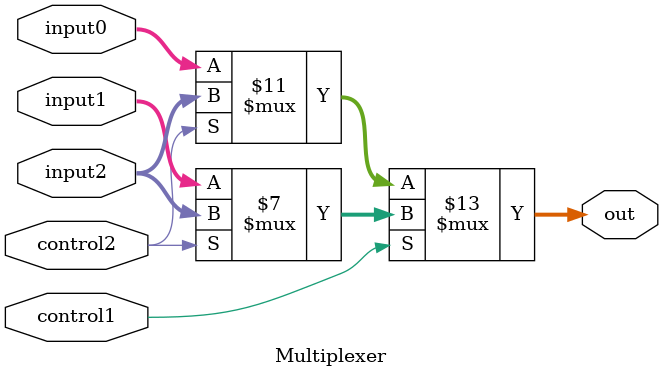
<source format=v>
module Multiplexer(control1, control2, input0, input1, input2, out);
input control1, control2;
input [31:0] input0, input1, input2;
output reg [31:0] out;

always @(control1 or control2 or input0 or input1 or input2)
begin
	if(control1 == 0)
		begin 
			if(control2 == 0)
				out <= input0;
			else
				out <= input2;
		end 
	else
		begin
			if(control2 == 0)
				out <= input1;
			else
				out <= input2;
		end
end
initial begin
    out = 0;
end
endmodule
</source>
